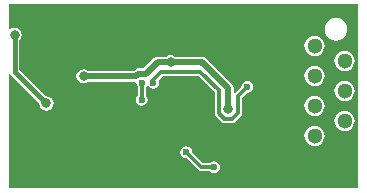
<source format=gbl>
G04*
G04 #@! TF.GenerationSoftware,Altium Limited,Altium Designer,18.1.7 (191)*
G04*
G04 Layer_Physical_Order=2*
G04 Layer_Color=16711680*
%FSLAX43Y43*%
%MOMM*%
G71*
G01*
G75*
%ADD10C,0.400*%
%ADD16C,0.500*%
%ADD49C,0.300*%
%ADD50C,1.300*%
%ADD51C,0.600*%
%ADD52C,0.800*%
G36*
X29796Y204D02*
X204D01*
X204Y9849D01*
X225Y9864D01*
X398Y9833D01*
X412Y9812D01*
X2794Y7429D01*
X2788Y7400D01*
X2835Y7166D01*
X2967Y6967D01*
X3166Y6835D01*
X3400Y6788D01*
X3634Y6835D01*
X3833Y6967D01*
X3965Y7166D01*
X4012Y7400D01*
X3965Y7634D01*
X3833Y7833D01*
X3634Y7965D01*
X3400Y8012D01*
X3371Y8006D01*
X1108Y10269D01*
Y12751D01*
X1133Y12767D01*
X1265Y12966D01*
X1312Y13200D01*
X1265Y13434D01*
X1133Y13633D01*
X934Y13765D01*
X700Y13812D01*
X466Y13765D01*
X331Y13675D01*
X204Y13743D01*
Y15796D01*
X29796D01*
X29796Y204D01*
D02*
G37*
%LPC*%
G36*
X27900Y14638D02*
X27652Y14606D01*
X27421Y14510D01*
X27222Y14358D01*
X27070Y14159D01*
X26974Y13928D01*
X26942Y13680D01*
X26974Y13432D01*
X27070Y13201D01*
X27222Y13002D01*
X27421Y12850D01*
X27652Y12754D01*
X27900Y12722D01*
X28148Y12754D01*
X28379Y12850D01*
X28578Y13002D01*
X28730Y13201D01*
X28826Y13432D01*
X28858Y13680D01*
X28826Y13928D01*
X28730Y14159D01*
X28578Y14358D01*
X28379Y14510D01*
X28148Y14606D01*
X27900Y14638D01*
D02*
G37*
G36*
X26100Y13137D02*
X25878Y13108D01*
X25671Y13022D01*
X25494Y12886D01*
X25358Y12709D01*
X25272Y12502D01*
X25243Y12280D01*
X25272Y12058D01*
X25358Y11851D01*
X25494Y11674D01*
X25671Y11538D01*
X25878Y11452D01*
X26100Y11423D01*
X26322Y11452D01*
X26529Y11538D01*
X26706Y11674D01*
X26842Y11851D01*
X26928Y12058D01*
X26957Y12280D01*
X26928Y12502D01*
X26842Y12709D01*
X26706Y12886D01*
X26529Y13022D01*
X26322Y13108D01*
X26100Y13137D01*
D02*
G37*
G36*
X13900Y11512D02*
X13666Y11465D01*
X13507Y11359D01*
X12800D01*
X12624Y11324D01*
X12476Y11224D01*
X11610Y10359D01*
X11189D01*
X11014Y10324D01*
X10865Y10224D01*
X10799Y10159D01*
X6943D01*
X6784Y10265D01*
X6550Y10312D01*
X6316Y10265D01*
X6117Y10133D01*
X5985Y9934D01*
X5938Y9700D01*
X5985Y9466D01*
X6117Y9267D01*
X6316Y9135D01*
X6550Y9088D01*
X6784Y9135D01*
X6943Y9241D01*
X10879D01*
X10990Y9150D01*
X11029Y8955D01*
X11140Y8790D01*
X11143Y8787D01*
Y8096D01*
X11090Y8060D01*
X10979Y7895D01*
X10940Y7700D01*
X10979Y7505D01*
X11090Y7340D01*
X11255Y7229D01*
X11450Y7190D01*
X11645Y7229D01*
X11810Y7340D01*
X11921Y7505D01*
X11960Y7700D01*
X11921Y7895D01*
X11857Y7991D01*
Y8787D01*
X11860Y8790D01*
X11899Y8847D01*
X12051D01*
X12090Y8790D01*
X12255Y8679D01*
X12450Y8640D01*
X12645Y8679D01*
X12810Y8790D01*
X12921Y8955D01*
X12960Y9150D01*
X12921Y9345D01*
X12892Y9388D01*
X13248Y9743D01*
X16252D01*
X17643Y8352D01*
Y6569D01*
X17670Y6432D01*
X17748Y6316D01*
X18216Y5848D01*
X18332Y5770D01*
X18469Y5743D01*
X19131D01*
X19268Y5770D01*
X19384Y5848D01*
X19852Y6316D01*
X19930Y6432D01*
X19957Y6569D01*
Y7852D01*
X20396Y8291D01*
X20400Y8290D01*
X20595Y8329D01*
X20760Y8440D01*
X20871Y8605D01*
X20910Y8800D01*
X20871Y8995D01*
X20760Y9160D01*
X20595Y9271D01*
X20400Y9310D01*
X20205Y9271D01*
X20040Y9160D01*
X19929Y8995D01*
X19890Y8800D01*
X19891Y8796D01*
X19386Y8290D01*
X19259Y8343D01*
Y8700D01*
X19224Y8876D01*
X19124Y9024D01*
X17055Y11094D01*
X17010Y11160D01*
X16944Y11205D01*
X16924Y11224D01*
X16776Y11324D01*
X16600Y11359D01*
X14293D01*
X14134Y11465D01*
X13900Y11512D01*
D02*
G37*
G36*
X28640Y11867D02*
X28418Y11838D01*
X28211Y11752D01*
X28034Y11616D01*
X27898Y11439D01*
X27812Y11232D01*
X27783Y11010D01*
X27812Y10788D01*
X27898Y10581D01*
X28034Y10404D01*
X28211Y10268D01*
X28418Y10182D01*
X28640Y10153D01*
X28862Y10182D01*
X29069Y10268D01*
X29246Y10404D01*
X29382Y10581D01*
X29468Y10788D01*
X29497Y11010D01*
X29468Y11232D01*
X29382Y11439D01*
X29246Y11616D01*
X29069Y11752D01*
X28862Y11838D01*
X28640Y11867D01*
D02*
G37*
G36*
X26100Y10597D02*
X25878Y10568D01*
X25671Y10482D01*
X25494Y10346D01*
X25358Y10169D01*
X25272Y9962D01*
X25243Y9740D01*
X25272Y9518D01*
X25358Y9311D01*
X25494Y9134D01*
X25671Y8998D01*
X25878Y8912D01*
X26100Y8883D01*
X26322Y8912D01*
X26529Y8998D01*
X26706Y9134D01*
X26842Y9311D01*
X26928Y9518D01*
X26957Y9740D01*
X26928Y9962D01*
X26842Y10169D01*
X26706Y10346D01*
X26529Y10482D01*
X26322Y10568D01*
X26100Y10597D01*
D02*
G37*
G36*
X28640Y9327D02*
X28418Y9298D01*
X28211Y9212D01*
X28034Y9076D01*
X27898Y8899D01*
X27812Y8692D01*
X27783Y8470D01*
X27812Y8248D01*
X27898Y8041D01*
X28034Y7864D01*
X28211Y7728D01*
X28418Y7642D01*
X28640Y7613D01*
X28862Y7642D01*
X29069Y7728D01*
X29246Y7864D01*
X29382Y8041D01*
X29468Y8248D01*
X29497Y8470D01*
X29468Y8692D01*
X29382Y8899D01*
X29246Y9076D01*
X29069Y9212D01*
X28862Y9298D01*
X28640Y9327D01*
D02*
G37*
G36*
X26100Y8057D02*
X25878Y8028D01*
X25671Y7942D01*
X25494Y7806D01*
X25358Y7629D01*
X25272Y7422D01*
X25243Y7200D01*
X25272Y6978D01*
X25358Y6771D01*
X25494Y6594D01*
X25671Y6458D01*
X25878Y6372D01*
X26100Y6343D01*
X26322Y6372D01*
X26529Y6458D01*
X26706Y6594D01*
X26842Y6771D01*
X26928Y6978D01*
X26957Y7200D01*
X26928Y7422D01*
X26842Y7629D01*
X26706Y7806D01*
X26529Y7942D01*
X26322Y8028D01*
X26100Y8057D01*
D02*
G37*
G36*
X28640Y6787D02*
X28418Y6758D01*
X28211Y6672D01*
X28034Y6536D01*
X27898Y6359D01*
X27812Y6152D01*
X27783Y5930D01*
X27812Y5708D01*
X27898Y5501D01*
X28034Y5324D01*
X28211Y5188D01*
X28418Y5102D01*
X28640Y5073D01*
X28862Y5102D01*
X29069Y5188D01*
X29246Y5324D01*
X29382Y5501D01*
X29468Y5708D01*
X29497Y5930D01*
X29468Y6152D01*
X29382Y6359D01*
X29246Y6536D01*
X29069Y6672D01*
X28862Y6758D01*
X28640Y6787D01*
D02*
G37*
G36*
X26100Y5517D02*
X25878Y5488D01*
X25671Y5402D01*
X25494Y5266D01*
X25358Y5089D01*
X25272Y4882D01*
X25243Y4660D01*
X25272Y4438D01*
X25358Y4231D01*
X25494Y4054D01*
X25671Y3918D01*
X25878Y3832D01*
X26100Y3803D01*
X26322Y3832D01*
X26529Y3918D01*
X26706Y4054D01*
X26842Y4231D01*
X26928Y4438D01*
X26957Y4660D01*
X26928Y4882D01*
X26842Y5089D01*
X26706Y5266D01*
X26529Y5402D01*
X26322Y5488D01*
X26100Y5517D01*
D02*
G37*
G36*
X15250Y3760D02*
X15055Y3721D01*
X14890Y3610D01*
X14779Y3445D01*
X14740Y3250D01*
X14779Y3055D01*
X14890Y2890D01*
X15055Y2779D01*
X15250Y2740D01*
X15254Y2741D01*
X16248Y1748D01*
X16363Y1670D01*
X16500Y1643D01*
X17237D01*
X17240Y1640D01*
X17405Y1529D01*
X17600Y1490D01*
X17795Y1529D01*
X17960Y1640D01*
X18071Y1805D01*
X18110Y2000D01*
X18071Y2195D01*
X17960Y2360D01*
X17795Y2471D01*
X17600Y2510D01*
X17405Y2471D01*
X17240Y2360D01*
X17237Y2357D01*
X16648D01*
X15759Y3246D01*
X15760Y3250D01*
X15721Y3445D01*
X15610Y3610D01*
X15445Y3721D01*
X15250Y3760D01*
D02*
G37*
%LPD*%
D10*
X700Y10100D02*
Y13200D01*
Y10100D02*
X3400Y7400D01*
D16*
X16600Y10900D02*
X18800Y8700D01*
X11800Y9900D02*
X12800Y10900D01*
X11189Y9900D02*
X11800D01*
X12800Y10900D02*
X13900D01*
X10989Y9700D02*
X11189Y9900D01*
X18800Y6900D02*
Y8700D01*
X13900Y10900D02*
X16600D01*
X6550Y9700D02*
X10989D01*
D49*
X13100Y10100D02*
X16400D01*
X12400Y9400D02*
X13100Y10100D01*
X12400Y9200D02*
Y9400D01*
X16400Y10100D02*
X18000Y8500D01*
Y6569D02*
Y8500D01*
Y6569D02*
X18469Y6100D01*
X19131D01*
X19600Y6569D01*
Y8000D01*
X20400Y8800D01*
X11500Y7750D02*
Y9150D01*
X11450Y7700D02*
X11500Y7750D01*
X16500Y2000D02*
X17600D01*
X15250Y3250D02*
X16500Y2000D01*
D50*
X28640Y3390D02*
D03*
X26100Y4660D02*
D03*
X28640Y5930D02*
D03*
X26100Y7200D02*
D03*
X28640Y8470D02*
D03*
X26100Y9740D02*
D03*
X28640Y11010D02*
D03*
X26100Y12280D02*
D03*
D51*
X19670Y4950D02*
D03*
X6300Y14700D02*
D03*
X5500Y8600D02*
D03*
X4600Y600D02*
D03*
X3500D02*
D03*
X3900Y3500D02*
D03*
X4800D02*
D03*
X5500Y7800D02*
D03*
X2900Y10600D02*
D03*
X1700Y12400D02*
D03*
X18900Y12600D02*
D03*
X11600Y14300D02*
D03*
X20400Y8800D02*
D03*
X11500Y9150D02*
D03*
X11450Y7700D02*
D03*
X16500Y8100D02*
D03*
Y6600D02*
D03*
Y5100D02*
D03*
X15000D02*
D03*
X13500Y6600D02*
D03*
Y5100D02*
D03*
Y8100D02*
D03*
X15000D02*
D03*
Y6594D02*
D03*
X16650Y10800D02*
D03*
X17600Y2000D02*
D03*
X15250Y3250D02*
D03*
X12450Y9150D02*
D03*
D52*
X18800Y6900D02*
D03*
X13900Y10900D02*
D03*
X6550Y9700D02*
D03*
X700Y13200D02*
D03*
X3400Y7400D02*
D03*
M02*

</source>
